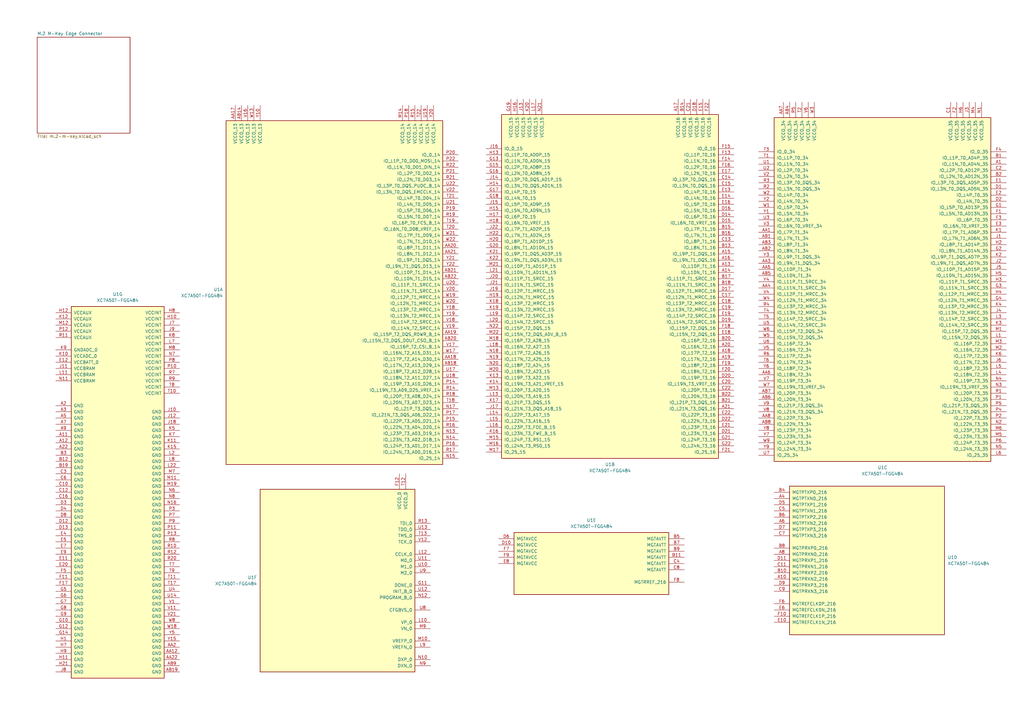
<source format=kicad_sch>
(kicad_sch (version 20250114) (generator "eeschema") (generator_version "9.0")
  (paper "A3")
  (lib_symbols
    (symbol "FPGA_Xilinx_Artix7:XC7A50T-FGG484" (pin_names (offset 1.016))
      (property "Reference" "U" (at 0 1.27 0))
      (property "Value" "XC7A50T-FGG484" (at 0 -1.27 0))
      (symbol "XC7A50T-FGG484_1_1"
        (rectangle (start -44.45 67.31) (end 44.45 -73.66) (stroke (width 0.254)) (fill (type background)))
        (pin power_in line (at -40.64 73.66 270) (length 6.35) (name "VCCO_13") (number "AA17"))
        (pin power_in line (at -38.1 73.66 270) (length 6.35) (name "VCCO_13") (number "AB14"))
        (pin power_in line (at -35.56 73.66 270) (length 6.35) (name "VCCO_13") (number "V16"))
        (pin power_in line (at -33.02 73.66 270) (length 6.35) (name "VCCO_13") (number "W13"))
        (pin power_in line (at -30.48 73.66 270) (length 6.35) (name "VCCO_13") (number "Y10"))
        (pin power_in line (at 27.94 73.66 270) (length 6.35) (name "VCCO_14") (number "M14"))
        (pin power_in line (at 30.48 73.66 270) (length 6.35) (name "VCCO_14") (number "P18"))
        (pin power_in line (at 33.02 73.66 270) (length 6.35) (name "VCCO_14") (number "R15"))
        (pin power_in line (at 35.56 73.66 270) (length 6.35) (name "VCCO_14") (number "T22"))
        (pin power_in line (at 38.1 73.66 270) (length 6.35) (name "VCCO_14") (number "U19"))
        (pin power_in line (at 40.64 73.66 270) (length 6.35) (name "VCCO_14") (number "Y20"))
        (pin bidirectional line (at 50.8 53.34 180) (length 6.35) (name "IO_0_14") (number "P20"))
        (pin bidirectional line (at 50.8 50.8 180) (length 6.35) (name "IO_L1P_T0_D00_MOSI_14") (number "P22"))
        (pin bidirectional line (at 50.8 48.26 180) (length 6.35) (name "IO_L1N_T0_D01_DIN_14") (number "R22"))
        (pin bidirectional line (at 50.8 45.72 180) (length 6.35) (name "IO_L2P_T0_D02_14") (number "P21"))
        (pin bidirectional line (at 50.8 43.18 180) (length 6.35) (name "IO_L2N_T0_D03_14") (number "R21"))
        (pin bidirectional line (at 50.8 40.64 180) (length 6.35) (name "IO_L3P_T0_DQS_PUDC_B_14") (number "U22"))
        (pin bidirectional line (at 50.8 38.1 180) (length 6.35) (name "IO_L3N_T0_DQS_EMCCLK_14") (number "V22"))
        (pin bidirectional line (at 50.8 35.56 180) (length 6.35) (name "IO_L4P_T0_D04_14") (number "T21"))
        (pin bidirectional line (at 50.8 33.02 180) (length 6.35) (name "IO_L4N_T0_D05_14") (number "U21"))
        (pin bidirectional line (at 50.8 30.48 180) (length 6.35) (name "IO_L5P_T0_D06_14") (number "P19"))
        (pin bidirectional line (at 50.8 27.94 180) (length 6.35) (name "IO_L5N_T0_D07_14") (number "R19"))
        (pin bidirectional line (at 50.8 25.4 180) (length 6.35) (name "IO_L6P_T0_FCS_B_14") (number "T19"))
        (pin bidirectional line (at 50.8 22.86 180) (length 6.35) (name "IO_L6N_T0_D08_VREF_14") (number "T20"))
        (pin bidirectional line (at 50.8 20.32 180) (length 6.35) (name "IO_L7P_T1_D09_14") (number "W21"))
        (pin bidirectional line (at 50.8 17.78 180) (length 6.35) (name "IO_L7N_T1_D10_14") (number "W22"))
        (pin bidirectional line (at 50.8 15.24 180) (length 6.35) (name "IO_L8P_T1_D11_14") (number "AA20"))
        (pin bidirectional line (at 50.8 12.7 180) (length 6.35) (name "IO_L8N_T1_D12_14") (number "AA21"))
        (pin bidirectional line (at 50.8 10.16 180) (length 6.35) (name "IO_L9P_T1_DQS_14") (number "Y21"))
        (pin bidirectional line (at 50.8 7.62 180) (length 6.35) (name "IO_L9N_T1_DQS_D13_14") (number "Y22"))
        (pin bidirectional line (at 50.8 5.08 180) (length 6.35) (name "IO_L10P_T1_D14_14") (number "AB21"))
        (pin bidirectional line (at 50.8 2.54 180) (length 6.35) (name "IO_L10N_T1_D15_14") (number "AB22"))
        (pin bidirectional line (at 50.8 0 180) (length 6.35) (name "IO_L11P_T1_SRCC_14") (number "U20"))
        (pin bidirectional line (at 50.8 -2.54 180) (length 6.35) (name "IO_L11N_T1_SRCC_14") (number "V20"))
        (pin bidirectional line (at 50.8 -5.08 180) (length 6.35) (name "IO_L12P_T1_MRCC_14") (number "W19"))
        (pin bidirectional line (at 50.8 -7.62 180) (length 6.35) (name "IO_L12N_T1_MRCC_14") (number "W20"))
        (pin bidirectional line (at 50.8 -10.16 180) (length 6.35) (name "IO_L13P_T2_MRCC_14") (number "Y18"))
        (pin bidirectional line (at 50.8 -12.7 180) (length 6.35) (name "IO_L13N_T2_MRCC_14") (number "Y19"))
        (pin bidirectional line (at 50.8 -15.24 180) (length 6.35) (name "IO_L14P_T2_SRCC_14") (number "V18"))
        (pin bidirectional line (at 50.8 -17.78 180) (length 6.35) (name "IO_L14N_T2_SRCC_14") (number "V19"))
        (pin bidirectional line (at 50.8 -20.32 180) (length 6.35) (name "IO_L15P_T2_DQS_RDWR_B_14") (number "AA19"))
        (pin bidirectional line (at 50.8 -22.86 180) (length 6.35) (name "IO_L15N_T2_DQS_DOUT_CSO_B_14") (number "AB20"))
        (pin bidirectional line (at 50.8 -25.4 180) (length 6.35) (name "IO_L16P_T2_CSI_B_14") (number "V17"))
        (pin bidirectional line (at 50.8 -27.94 180) (length 6.35) (name "IO_L16N_T2_A15_D31_14") (number "W17"))
        (pin bidirectional line (at 50.8 -30.48 180) (length 6.35) (name "IO_L17P_T2_A14_D30_14") (number "AA18"))
        (pin bidirectional line (at 50.8 -33.02 180) (length 6.35) (name "IO_L17N_T2_A13_D29_14") (number "AB18"))
        (pin bidirectional line (at 50.8 -35.56 180) (length 6.35) (name "IO_L18P_T2_A12_D28_14") (number "U17"))
        (pin bidirectional line (at 50.8 -38.1 180) (length 6.35) (name "IO_L18N_T2_A11_D27_14") (number "U18"))
        (pin bidirectional line (at 50.8 -40.64 180) (length 6.35) (name "IO_L19P_T3_A10_D26_14") (number "P14"))
        (pin bidirectional line (at 50.8 -43.18 180) (length 6.35) (name "IO_L19N_T3_A09_D25_VREF_14") (number "R14"))
        (pin bidirectional line (at 50.8 -45.72 180) (length 6.35) (name "IO_L20P_T3_A08_D24_14") (number "R18"))
        (pin bidirectional line (at 50.8 -48.26 180) (length 6.35) (name "IO_L20N_T3_A07_D23_14") (number "T18"))
        (pin bidirectional line (at 50.8 -50.8 180) (length 6.35) (name "IO_L21P_T3_DQS_14") (number "N17"))
        (pin bidirectional line (at 50.8 -53.34 180) (length 6.35) (name "IO_L21N_T3_DQS_A06_D22_14") (number "P17"))
        (pin bidirectional line (at 50.8 -55.88 180) (length 6.35) (name "IO_L22P_T3_A05_D21_14") (number "P15"))
        (pin bidirectional line (at 50.8 -58.42 180) (length 6.35) (name "IO_L22N_T3_A04_D20_14") (number "R16"))
        (pin bidirectional line (at 50.8 -60.96 180) (length 6.35) (name "IO_L23P_T3_A03_D19_14") (number "N13"))
        (pin bidirectional line (at 50.8 -63.5 180) (length 6.35) (name "IO_L23N_T3_A02_D18_14") (number "N14"))
        (pin bidirectional line (at 50.8 -66.04 180) (length 6.35) (name "IO_L24P_T3_A01_D17_14") (number "P16"))
        (pin bidirectional line (at 50.8 -68.58 180) (length 6.35) (name "IO_L24N_T3_A00_D16_14") (number "R17"))
        (pin bidirectional line (at 50.8 -71.12 180) (length 6.35) (name "IO_25_14") (number "N15"))
      )
      (symbol "XC7A50T-FGG484_2_1"
        (rectangle (start -44.45 67.31) (end 44.45 -73.66) (stroke (width 0.254)) (fill (type background)))
        (pin bidirectional line (at -50.8 53.34 0) (length 6.35) (name "IO_0_15") (number "J16"))
        (pin bidirectional line (at -50.8 50.8 0) (length 6.35) (name "IO_L1P_T0_AD0P_15") (number "H13"))
        (pin bidirectional line (at -50.8 48.26 0) (length 6.35) (name "IO_L1N_T0_AD0N_15") (number "G13"))
        (pin bidirectional line (at -50.8 45.72 0) (length 6.35) (name "IO_L2P_T0_AD8P_15") (number "G15"))
        (pin bidirectional line (at -50.8 43.18 0) (length 6.35) (name "IO_L2N_T0_AD8N_15") (number "G16"))
        (pin bidirectional line (at -50.8 40.64 0) (length 6.35) (name "IO_L3P_T0_DQS_AD1P_15") (number "J14"))
        (pin bidirectional line (at -50.8 38.1 0) (length 6.35) (name "IO_L3N_T0_DQS_AD1N_15") (number "H14"))
        (pin bidirectional line (at -50.8 35.56 0) (length 6.35) (name "IO_L4P_T0_15") (number "G17"))
        (pin bidirectional line (at -50.8 33.02 0) (length 6.35) (name "IO_L4N_T0_15") (number "G18"))
        (pin bidirectional line (at -50.8 30.48 0) (length 6.35) (name "IO_L5P_T0_AD9P_15") (number "J15"))
        (pin bidirectional line (at -50.8 27.94 0) (length 6.35) (name "IO_L5N_T0_AD9N_15") (number "H15"))
        (pin bidirectional line (at -50.8 25.4 0) (length 6.35) (name "IO_L6P_T0_15") (number "H17"))
        (pin bidirectional line (at -50.8 22.86 0) (length 6.35) (name "IO_L6N_T0_VREF_15") (number "H18"))
        (pin bidirectional line (at -50.8 20.32 0) (length 6.35) (name "IO_L7P_T1_AD2P_15") (number "J22"))
        (pin bidirectional line (at -50.8 17.78 0) (length 6.35) (name "IO_L7N_T1_AD2N_15") (number "H22"))
        (pin bidirectional line (at -50.8 15.24 0) (length 6.35) (name "IO_L8P_T1_AD10P_15") (number "H20"))
        (pin bidirectional line (at -50.8 12.7 0) (length 6.35) (name "IO_L8N_T1_AD10N_15") (number "G20"))
        (pin bidirectional line (at -50.8 10.16 0) (length 6.35) (name "IO_L9P_T1_DQS_AD3P_15") (number "K21"))
        (pin bidirectional line (at -50.8 7.62 0) (length 6.35) (name "IO_L9N_T1_DQS_AD3N_15") (number "K22"))
        (pin bidirectional line (at -50.8 5.08 0) (length 6.35) (name "IO_L10P_T1_AD11P_15") (number "M21"))
        (pin bidirectional line (at -50.8 2.54 0) (length 6.35) (name "IO_L10N_T1_AD11N_15") (number "L21"))
        (pin bidirectional line (at -50.8 0 0) (length 6.35) (name "IO_L11P_T1_SRCC_15") (number "J20"))
        (pin bidirectional line (at -50.8 -2.54 0) (length 6.35) (name "IO_L11N_T1_SRCC_15") (number "J21"))
        (pin bidirectional line (at -50.8 -5.08 0) (length 6.35) (name "IO_L12P_T1_MRCC_15") (number "J19"))
        (pin bidirectional line (at -50.8 -7.62 0) (length 6.35) (name "IO_L12N_T1_MRCC_15") (number "H19"))
        (pin bidirectional line (at -50.8 -10.16 0) (length 6.35) (name "IO_L13P_T2_MRCC_15") (number "K18"))
        (pin bidirectional line (at -50.8 -12.7 0) (length 6.35) (name "IO_L13N_T2_MRCC_15") (number "K19"))
        (pin bidirectional line (at -50.8 -15.24 0) (length 6.35) (name "IO_L14P_T2_SRCC_15") (number "L19"))
        (pin bidirectional line (at -50.8 -17.78 0) (length 6.35) (name "IO_L14N_T2_SRCC_15") (number "L20"))
        (pin bidirectional line (at -50.8 -20.32 0) (length 6.35) (name "IO_L15P_T2_DQS_15") (number "N22"))
        (pin bidirectional line (at -50.8 -22.86 0) (length 6.35) (name "IO_L15N_T2_DQS_ADV_B_15") (number "M22"))
        (pin bidirectional line (at -50.8 -25.4 0) (length 6.35) (name "IO_L16P_T2_A28_15") (number "M18"))
        (pin bidirectional line (at -50.8 -27.94 0) (length 6.35) (name "IO_L16N_T2_A27_15") (number "L18"))
        (pin bidirectional line (at -50.8 -30.48 0) (length 6.35) (name "IO_L17P_T2_A26_15") (number "N18"))
        (pin bidirectional line (at -50.8 -33.02 0) (length 6.35) (name "IO_L17N_T2_A25_15") (number "N19"))
        (pin bidirectional line (at -50.8 -35.56 0) (length 6.35) (name "IO_L18P_T2_A24_15") (number "N20"))
        (pin bidirectional line (at -50.8 -38.1 0) (length 6.35) (name "IO_L18N_T2_A23_15") (number "M20"))
        (pin bidirectional line (at -50.8 -40.64 0) (length 6.35) (name "IO_L19P_T3_A22_15") (number "K13"))
        (pin bidirectional line (at -50.8 -43.18 0) (length 6.35) (name "IO_L19N_T3_A21_VREF_15") (number "K14"))
        (pin bidirectional line (at -50.8 -45.72 0) (length 6.35) (name "IO_L20P_T3_A20_15") (number "M13"))
        (pin bidirectional line (at -50.8 -48.26 0) (length 6.35) (name "IO_L20N_T3_A19_15") (number "L13"))
        (pin bidirectional line (at -50.8 -50.8 0) (length 6.35) (name "IO_L21P_T3_DQS_15") (number "K17"))
        (pin bidirectional line (at -50.8 -53.34 0) (length 6.35) (name "IO_L21N_T3_DQS_A18_15") (number "J17"))
        (pin bidirectional line (at -50.8 -55.88 0) (length 6.35) (name "IO_L22P_T3_A17_15") (number "L14"))
        (pin bidirectional line (at -50.8 -58.42 0) (length 6.35) (name "IO_L22N_T3_A16_15") (number "L15"))
        (pin bidirectional line (at -50.8 -60.96 0) (length 6.35) (name "IO_L23P_T3_FOE_B_15") (number "L16"))
        (pin bidirectional line (at -50.8 -63.5 0) (length 6.35) (name "IO_L23N_T3_FWE_B_15") (number "K16"))
        (pin bidirectional line (at -50.8 -66.04 0) (length 6.35) (name "IO_L24P_T3_RS1_15") (number "M15"))
        (pin bidirectional line (at -50.8 -68.58 0) (length 6.35) (name "IO_L24N_T3_RS0_15") (number "M16"))
        (pin bidirectional line (at -50.8 -71.12 0) (length 6.35) (name "IO_25_15") (number "M17"))
        (pin power_in line (at -40.64 73.66 270) (length 6.35) (name "VCCO_15") (number "G19"))
        (pin power_in line (at -38.1 73.66 270) (length 6.35) (name "VCCO_15") (number "H16"))
        (pin power_in line (at -35.56 73.66 270) (length 6.35) (name "VCCO_15") (number "J13"))
        (pin power_in line (at -33.02 73.66 270) (length 6.35) (name "VCCO_15") (number "K20"))
        (pin power_in line (at -30.48 73.66 270) (length 6.35) (name "VCCO_15") (number "L17"))
        (pin power_in line (at -27.94 73.66 270) (length 6.35) (name "VCCO_15") (number "N21"))
        (pin power_in line (at 27.94 73.66 270) (length 6.35) (name "VCCO_16") (number "A17"))
        (pin power_in line (at 30.48 73.66 270) (length 6.35) (name "VCCO_16") (number "B14"))
        (pin power_in line (at 33.02 73.66 270) (length 6.35) (name "VCCO_16") (number "C21"))
        (pin power_in line (at 35.56 73.66 270) (length 6.35) (name "VCCO_16") (number "D18"))
        (pin power_in line (at 38.1 73.66 270) (length 6.35) (name "VCCO_16") (number "E15"))
        (pin power_in line (at 40.64 73.66 270) (length 6.35) (name "VCCO_16") (number "F22"))
        (pin bidirectional line (at 50.8 53.34 180) (length 6.35) (name "IO_0_16") (number "F15"))
        (pin bidirectional line (at 50.8 50.8 180) (length 6.35) (name "IO_L1P_T0_16") (number "F13"))
        (pin bidirectional line (at 50.8 48.26 180) (length 6.35) (name "IO_L1N_T0_16") (number "F14"))
        (pin bidirectional line (at 50.8 45.72 180) (length 6.35) (name "IO_L2P_T0_16") (number "F16"))
        (pin bidirectional line (at 50.8 43.18 180) (length 6.35) (name "IO_L2N_T0_16") (number "E17"))
        (pin bidirectional line (at 50.8 40.64 180) (length 6.35) (name "IO_L3P_T0_DQS_16") (number "C14"))
        (pin bidirectional line (at 50.8 38.1 180) (length 6.35) (name "IO_L3N_T0_DQS_16") (number "C15"))
        (pin bidirectional line (at 50.8 35.56 180) (length 6.35) (name "IO_L4P_T0_16") (number "E13"))
        (pin bidirectional line (at 50.8 33.02 180) (length 6.35) (name "IO_L4N_T0_16") (number "E14"))
        (pin bidirectional line (at 50.8 30.48 180) (length 6.35) (name "IO_L5P_T0_16") (number "E16"))
        (pin bidirectional line (at 50.8 27.94 180) (length 6.35) (name "IO_L5N_T0_16") (number "D16"))
        (pin bidirectional line (at 50.8 25.4 180) (length 6.35) (name "IO_L6P_T0_16") (number "D14"))
        (pin bidirectional line (at 50.8 22.86 180) (length 6.35) (name "IO_L6N_T0_VREF_16") (number "D15"))
        (pin bidirectional line (at 50.8 20.32 180) (length 6.35) (name "IO_L7P_T1_16") (number "B15"))
        (pin bidirectional line (at 50.8 17.78 180) (length 6.35) (name "IO_L7N_T1_16") (number "B16"))
        (pin bidirectional line (at 50.8 15.24 180) (length 6.35) (name "IO_L8P_T1_16") (number "C13"))
        (pin bidirectional line (at 50.8 12.7 180) (length 6.35) (name "IO_L8N_T1_16") (number "B13"))
        (pin bidirectional line (at 50.8 10.16 180) (length 6.35) (name "IO_L9P_T1_DQS_16") (number "A15"))
        (pin bidirectional line (at 50.8 7.62 180) (length 6.35) (name "IO_L9N_T1_DQS_16") (number "A16"))
        (pin bidirectional line (at 50.8 5.08 180) (length 6.35) (name "IO_L10P_T1_16") (number "A13"))
        (pin bidirectional line (at 50.8 2.54 180) (length 6.35) (name "IO_L10N_T1_16") (number "A14"))
        (pin bidirectional line (at 50.8 0 180) (length 6.35) (name "IO_L11P_T1_SRCC_16") (number "B17"))
        (pin bidirectional line (at 50.8 -2.54 180) (length 6.35) (name "IO_L11N_T1_SRCC_16") (number "B18"))
        (pin bidirectional line (at 50.8 -5.08 180) (length 6.35) (name "IO_L12P_T1_MRCC_16") (number "D17"))
        (pin bidirectional line (at 50.8 -7.62 180) (length 6.35) (name "IO_L12N_T1_MRCC_16") (number "C17"))
        (pin bidirectional line (at 50.8 -10.16 180) (length 6.35) (name "IO_L13P_T2_MRCC_16") (number "C18"))
        (pin bidirectional line (at 50.8 -12.7 180) (length 6.35) (name "IO_L13N_T2_MRCC_16") (number "C19"))
        (pin bidirectional line (at 50.8 -15.24 180) (length 6.35) (name "IO_L14P_T2_SRCC_16") (number "E19"))
        (pin bidirectional line (at 50.8 -17.78 180) (length 6.35) (name "IO_L14N_T2_SRCC_16") (number "D19"))
        (pin bidirectional line (at 50.8 -20.32 180) (length 6.35) (name "IO_L15P_T2_DQS_16") (number "F18"))
        (pin bidirectional line (at 50.8 -22.86 180) (length 6.35) (name "IO_L15N_T2_DQS_16") (number "E18"))
        (pin bidirectional line (at 50.8 -25.4 180) (length 6.35) (name "IO_L16P_T2_16") (number "B20"))
        (pin bidirectional line (at 50.8 -27.94 180) (length 6.35) (name "IO_L16N_T2_16") (number "A20"))
        (pin bidirectional line (at 50.8 -30.48 180) (length 6.35) (name "IO_L17P_T2_16") (number "A18"))
        (pin bidirectional line (at 50.8 -33.02 180) (length 6.35) (name "IO_L17N_T2_16") (number "A19"))
        (pin bidirectional line (at 50.8 -35.56 180) (length 6.35) (name "IO_L18P_T2_16") (number "F19"))
        (pin bidirectional line (at 50.8 -38.1 180) (length 6.35) (name "IO_L18N_T2_16") (number "F20"))
        (pin bidirectional line (at 50.8 -40.64 180) (length 6.35) (name "IO_L19P_T3_16") (number "D20"))
        (pin bidirectional line (at 50.8 -43.18 180) (length 6.35) (name "IO_L19N_T3_VREF_16") (number "C20"))
        (pin bidirectional line (at 50.8 -45.72 180) (length 6.35) (name "IO_L20P_T3_16") (number "C22"))
        (pin bidirectional line (at 50.8 -48.26 180) (length 6.35) (name "IO_L20N_T3_16") (number "B22"))
        (pin bidirectional line (at 50.8 -50.8 180) (length 6.35) (name "IO_L21P_T3_DQS_16") (number "B21"))
        (pin bidirectional line (at 50.8 -53.34 180) (length 6.35) (name "IO_L21N_T3_DQS_16") (number "A21"))
        (pin bidirectional line (at 50.8 -55.88 180) (length 6.35) (name "IO_L22P_T3_16") (number "E22"))
        (pin bidirectional line (at 50.8 -58.42 180) (length 6.35) (name "IO_L22N_T3_16") (number "D22"))
        (pin bidirectional line (at 50.8 -60.96 180) (length 6.35) (name "IO_L23P_T3_16") (number "E21"))
        (pin bidirectional line (at 50.8 -63.5 180) (length 6.35) (name "IO_L23N_T3_16") (number "D21"))
        (pin bidirectional line (at 50.8 -66.04 180) (length 6.35) (name "IO_L24P_T3_16") (number "G21"))
        (pin bidirectional line (at 50.8 -68.58 180) (length 6.35) (name "IO_L24N_T3_16") (number "G22"))
        (pin bidirectional line (at 50.8 -71.12 180) (length 6.35) (name "IO_25_16") (number "F21"))
      )
      (symbol "XC7A50T-FGG484_3_1"
        (rectangle (start -44.45 67.31) (end 44.45 -73.66) (stroke (width 0.254)) (fill (type background)))
        (pin bidirectional line (at -50.8 53.34 0) (length 6.35) (name "IO_0_34") (number "T3"))
        (pin bidirectional line (at -50.8 50.8 0) (length 6.35) (name "IO_L1P_T0_34") (number "T1"))
        (pin bidirectional line (at -50.8 48.26 0) (length 6.35) (name "IO_L1N_T0_34") (number "U1"))
        (pin bidirectional line (at -50.8 45.72 0) (length 6.35) (name "IO_L2P_T0_34") (number "U2"))
        (pin bidirectional line (at -50.8 43.18 0) (length 6.35) (name "IO_L2N_T0_34") (number "V2"))
        (pin bidirectional line (at -50.8 40.64 0) (length 6.35) (name "IO_L3P_T0_DQS_34") (number "R3"))
        (pin bidirectional line (at -50.8 38.1 0) (length 6.35) (name "IO_L3N_T0_DQS_34") (number "R2"))
        (pin bidirectional line (at -50.8 35.56 0) (length 6.35) (name "IO_L4P_T0_34") (number "W2"))
        (pin bidirectional line (at -50.8 33.02 0) (length 6.35) (name "IO_L4N_T0_34") (number "Y2"))
        (pin bidirectional line (at -50.8 30.48 0) (length 6.35) (name "IO_L5P_T0_34") (number "W1"))
        (pin bidirectional line (at -50.8 27.94 0) (length 6.35) (name "IO_L5N_T0_34") (number "Y1"))
        (pin bidirectional line (at -50.8 25.4 0) (length 6.35) (name "IO_L6P_T0_34") (number "U3"))
        (pin bidirectional line (at -50.8 22.86 0) (length 6.35) (name "IO_L6N_T0_VREF_34") (number "V3"))
        (pin bidirectional line (at -50.8 20.32 0) (length 6.35) (name "IO_L7P_T1_34") (number "AA1"))
        (pin bidirectional line (at -50.8 17.78 0) (length 6.35) (name "IO_L7N_T1_34") (number "AB1"))
        (pin bidirectional line (at -50.8 15.24 0) (length 6.35) (name "IO_L8P_T1_34") (number "AB3"))
        (pin bidirectional line (at -50.8 12.7 0) (length 6.35) (name "IO_L8N_T1_34") (number "AB2"))
        (pin bidirectional line (at -50.8 10.16 0) (length 6.35) (name "IO_L9P_T1_DQS_34") (number "Y3"))
        (pin bidirectional line (at -50.8 7.62 0) (length 6.35) (name "IO_L9N_T1_DQS_34") (number "AA3"))
        (pin bidirectional line (at -50.8 5.08 0) (length 6.35) (name "IO_L10P_T1_34") (number "AA5"))
        (pin bidirectional line (at -50.8 2.54 0) (length 6.35) (name "IO_L10N_T1_34") (number "AB5"))
        (pin bidirectional line (at -50.8 0 0) (length 6.35) (name "IO_L11P_T1_SRCC_34") (number "Y4"))
        (pin bidirectional line (at -50.8 -2.54 0) (length 6.35) (name "IO_L11N_T1_SRCC_34") (number "AA4"))
        (pin bidirectional line (at -50.8 -5.08 0) (length 6.35) (name "IO_L12P_T1_MRCC_34") (number "V4"))
        (pin bidirectional line (at -50.8 -7.62 0) (length 6.35) (name "IO_L12N_T1_MRCC_34") (number "W4"))
        (pin bidirectional line (at -50.8 -10.16 0) (length 6.35) (name "IO_L13P_T2_MRCC_34") (number "R4"))
        (pin bidirectional line (at -50.8 -12.7 0) (length 6.35) (name "IO_L13N_T2_MRCC_34") (number "T4"))
        (pin bidirectional line (at -50.8 -15.24 0) (length 6.35) (name "IO_L14P_T2_SRCC_34") (number "T5"))
        (pin bidirectional line (at -50.8 -17.78 0) (length 6.35) (name "IO_L14N_T2_SRCC_34") (number "U5"))
        (pin bidirectional line (at -50.8 -20.32 0) (length 6.35) (name "IO_L15P_T2_DQS_34") (number "W6"))
        (pin bidirectional line (at -50.8 -22.86 0) (length 6.35) (name "IO_L15N_T2_DQS_34") (number "W5"))
        (pin bidirectional line (at -50.8 -25.4 0) (length 6.35) (name "IO_L16P_T2_34") (number "U6"))
        (pin bidirectional line (at -50.8 -27.94 0) (length 6.35) (name "IO_L16N_T2_34") (number "V5"))
        (pin bidirectional line (at -50.8 -30.48 0) (length 6.35) (name "IO_L17P_T2_34") (number "R6"))
        (pin bidirectional line (at -50.8 -33.02 0) (length 6.35) (name "IO_L17N_T2_34") (number "T6"))
        (pin bidirectional line (at -50.8 -35.56 0) (length 6.35) (name "IO_L18P_T2_34") (number "Y6"))
        (pin bidirectional line (at -50.8 -38.1 0) (length 6.35) (name "IO_L18N_T2_34") (number "AA6"))
        (pin bidirectional line (at -50.8 -40.64 0) (length 6.35) (name "IO_L19P_T3_34") (number "V7"))
        (pin bidirectional line (at -50.8 -43.18 0) (length 6.35) (name "IO_L19N_T3_VREF_34") (number "W7"))
        (pin bidirectional line (at -50.8 -45.72 0) (length 6.35) (name "IO_L20P_T3_34") (number "AB7"))
        (pin bidirectional line (at -50.8 -48.26 0) (length 6.35) (name "IO_L20N_T3_34") (number "AB6"))
        (pin bidirectional line (at -50.8 -50.8 0) (length 6.35) (name "IO_L21P_T3_DQS_34") (number "V9"))
        (pin bidirectional line (at -50.8 -53.34 0) (length 6.35) (name "IO_L21N_T3_DQS_34") (number "V8"))
        (pin bidirectional line (at -50.8 -55.88 0) (length 6.35) (name "IO_L22P_T3_34") (number "AA8"))
        (pin bidirectional line (at -50.8 -58.42 0) (length 6.35) (name "IO_L22N_T3_34") (number "AB8"))
        (pin bidirectional line (at -50.8 -60.96 0) (length 6.35) (name "IO_L23P_T3_34") (number "Y8"))
        (pin bidirectional line (at -50.8 -63.5 0) (length 6.35) (name "IO_L23N_T3_34") (number "Y7"))
        (pin bidirectional line (at -50.8 -66.04 0) (length 6.35) (name "IO_L24P_T3_34") (number "W9"))
        (pin bidirectional line (at -50.8 -68.58 0) (length 6.35) (name "IO_L24N_T3_34") (number "Y9"))
        (pin bidirectional line (at -50.8 -71.12 0) (length 6.35) (name "IO_25_34") (number "U7"))
        (pin power_in line (at -40.64 73.66 270) (length 6.35) (name "VCCO_34") (number "AA7"))
        (pin power_in line (at -38.1 73.66 270) (length 6.35) (name "VCCO_34") (number "AB4"))
        (pin power_in line (at -35.56 73.66 270) (length 6.35) (name "VCCO_34") (number "R5"))
        (pin power_in line (at -33.02 73.66 270) (length 6.35) (name "VCCO_34") (number "T2"))
        (pin power_in line (at -30.48 73.66 270) (length 6.35) (name "VCCO_34") (number "V6"))
        (pin power_in line (at -27.94 73.66 270) (length 6.35) (name "VCCO_34") (number "W3"))
        (pin power_in line (at 27.94 73.66 270) (length 6.35) (name "VCCO_35") (number "C1"))
        (pin power_in line (at 30.48 73.66 270) (length 6.35) (name "VCCO_35") (number "F2"))
        (pin power_in line (at 33.02 73.66 270) (length 6.35) (name "VCCO_35") (number "H6"))
        (pin power_in line (at 35.56 73.66 270) (length 6.35) (name "VCCO_35") (number "J3"))
        (pin power_in line (at 38.1 73.66 270) (length 6.35) (name "VCCO_35") (number "M4"))
        (pin power_in line (at 40.64 73.66 270) (length 6.35) (name "VCCO_35") (number "N1"))
        (pin bidirectional line (at 50.8 53.34 180) (length 6.35) (name "IO_0_35") (number "F4"))
        (pin bidirectional line (at 50.8 50.8 180) (length 6.35) (name "IO_L1P_T0_AD4P_35") (number "B1"))
        (pin bidirectional line (at 50.8 48.26 180) (length 6.35) (name "IO_L1N_T0_AD4N_35") (number "A1"))
        (pin bidirectional line (at 50.8 45.72 180) (length 6.35) (name "IO_L2P_T0_AD12P_35") (number "C2"))
        (pin bidirectional line (at 50.8 43.18 180) (length 6.35) (name "IO_L2N_T0_AD12N_35") (number "B2"))
        (pin bidirectional line (at 50.8 40.64 180) (length 6.35) (name "IO_L3P_T0_DQS_AD5P_35") (number "E1"))
        (pin bidirectional line (at 50.8 38.1 180) (length 6.35) (name "IO_L3N_T0_DQS_AD5N_35") (number "D1"))
        (pin bidirectional line (at 50.8 35.56 180) (length 6.35) (name "IO_L4P_T0_35") (number "E2"))
        (pin bidirectional line (at 50.8 33.02 180) (length 6.35) (name "IO_L4N_T0_35") (number "D2"))
        (pin bidirectional line (at 50.8 30.48 180) (length 6.35) (name "IO_L5P_T0_AD13P_35") (number "G1"))
        (pin bidirectional line (at 50.8 27.94 180) (length 6.35) (name "IO_L5N_T0_AD13N_35") (number "F1"))
        (pin bidirectional line (at 50.8 25.4 180) (length 6.35) (name "IO_L6P_T0_35") (number "F3"))
        (pin bidirectional line (at 50.8 22.86 180) (length 6.35) (name "IO_L6N_T0_VREF_35") (number "E3"))
        (pin bidirectional line (at 50.8 20.32 180) (length 6.35) (name "IO_L7P_T1_AD6P_35") (number "K1"))
        (pin bidirectional line (at 50.8 17.78 180) (length 6.35) (name "IO_L7N_T1_AD6N_35") (number "J1"))
        (pin bidirectional line (at 50.8 15.24 180) (length 6.35) (name "IO_L8P_T1_AD14P_35") (number "H2"))
        (pin bidirectional line (at 50.8 12.7 180) (length 6.35) (name "IO_L8N_T1_AD14N_35") (number "G2"))
        (pin bidirectional line (at 50.8 10.16 180) (length 6.35) (name "IO_L9P_T1_DQS_AD7P_35") (number "K2"))
        (pin bidirectional line (at 50.8 7.62 180) (length 6.35) (name "IO_L9N_T1_DQS_AD7N_35") (number "J2"))
        (pin bidirectional line (at 50.8 5.08 180) (length 6.35) (name "IO_L10P_T1_AD15P_35") (number "J5"))
        (pin bidirectional line (at 50.8 2.54 180) (length 6.35) (name "IO_L10N_T1_AD15N_35") (number "H5"))
        (pin bidirectional line (at 50.8 0 180) (length 6.35) (name "IO_L11P_T1_SRCC_35") (number "H3"))
        (pin bidirectional line (at 50.8 -2.54 180) (length 6.35) (name "IO_L11N_T1_SRCC_35") (number "G3"))
        (pin bidirectional line (at 50.8 -5.08 180) (length 6.35) (name "IO_L12P_T1_MRCC_35") (number "H4"))
        (pin bidirectional line (at 50.8 -7.62 180) (length 6.35) (name "IO_L12N_T1_MRCC_35") (number "G4"))
        (pin bidirectional line (at 50.8 -10.16 180) (length 6.35) (name "IO_L13P_T2_MRCC_35") (number "K4"))
        (pin bidirectional line (at 50.8 -12.7 180) (length 6.35) (name "IO_L13N_T2_MRCC_35") (number "J4"))
        (pin bidirectional line (at 50.8 -15.24 180) (length 6.35) (name "IO_L14P_T2_SRCC_35") (number "L3"))
        (pin bidirectional line (at 50.8 -17.78 180) (length 6.35) (name "IO_L14N_T2_SRCC_35") (number "K3"))
        (pin bidirectional line (at 50.8 -20.32 180) (length 6.35) (name "IO_L15P_T2_DQS_35") (number "M1"))
        (pin bidirectional line (at 50.8 -22.86 180) (length 6.35) (name "IO_L15N_T2_DQS_35") (number "L1"))
        (pin bidirectional line (at 50.8 -25.4 180) (length 6.35) (name "IO_L16P_T2_35") (number "M3"))
        (pin bidirectional line (at 50.8 -27.94 180) (length 6.35) (name "IO_L16N_T2_35") (number "M2"))
        (pin bidirectional line (at 50.8 -30.48 180) (length 6.35) (name "IO_L17P_T2_35") (number "K6"))
        (pin bidirectional line (at 50.8 -33.02 180) (length 6.35) (name "IO_L17N_T2_35") (number "J6"))
        (pin bidirectional line (at 50.8 -35.56 180) (length 6.35) (name "IO_L18P_T2_35") (number "L5"))
        (pin bidirectional line (at 50.8 -38.1 180) (length 6.35) (name "IO_L18N_T2_35") (number "L4"))
        (pin bidirectional line (at 50.8 -40.64 180) (length 6.35) (name "IO_L19P_T3_35") (number "N4"))
        (pin bidirectional line (at 50.8 -43.18 180) (length 6.35) (name "IO_L19N_T3_VREF_35") (number "N3"))
        (pin bidirectional line (at 50.8 -45.72 180) (length 6.35) (name "IO_L20P_T3_35") (number "R1"))
        (pin bidirectional line (at 50.8 -48.26 180) (length 6.35) (name "IO_L20N_T3_35") (number "P1"))
        (pin bidirectional line (at 50.8 -50.8 180) (length 6.35) (name "IO_L21P_T3_DQS_35") (number "P5"))
        (pin bidirectional line (at 50.8 -53.34 180) (length 6.35) (name "IO_L21N_T3_DQS_35") (number "P4"))
        (pin bidirectional line (at 50.8 -55.88 180) (length 6.35) (name "IO_L22P_T3_35") (number "P2"))
        (pin bidirectional line (at 50.8 -58.42 180) (length 6.35) (name "IO_L22N_T3_35") (number "N2"))
        (pin bidirectional line (at 50.8 -60.96 180) (length 6.35) (name "IO_L23P_T3_35") (number "M6"))
        (pin bidirectional line (at 50.8 -63.5 180) (length 6.35) (name "IO_L23N_T3_35") (number "M5"))
        (pin bidirectional line (at 50.8 -66.04 180) (length 6.35) (name "IO_L24P_T3_35") (number "P6"))
        (pin bidirectional line (at 50.8 -68.58 180) (length 6.35) (name "IO_L24N_T3_35") (number "N5"))
        (pin bidirectional line (at 50.8 -71.12 180) (length 6.35) (name "IO_25_35") (number "L6"))
      )
      (symbol "XC7A50T-FGG484_4_1"
        (rectangle (start -31.75 30.48) (end 31.75 -30.48) (stroke (width 0.254)) (fill (type background)))
        (pin bidirectional line (at -38.1 27.94 0) (length 6.35) (name "MGTPTXP0_216") (number "B4"))
        (pin bidirectional line (at -38.1 25.4 0) (length 6.35) (name "MGTPTXN0_216") (number "A4"))
        (pin bidirectional line (at -38.1 22.86 0) (length 6.35) (name "MGTPTXP1_216") (number "D5"))
        (pin bidirectional line (at -38.1 20.32 0) (length 6.35) (name "MGTPTXN1_216") (number "C5"))
        (pin bidirectional line (at -38.1 17.78 0) (length 6.35) (name "MGTPTXP2_216") (number "B6"))
        (pin bidirectional line (at -38.1 15.24 0) (length 6.35) (name "MGTPTXN2_216") (number "A6"))
        (pin bidirectional line (at -38.1 12.7 0) (length 6.35) (name "MGTPTXP3_216") (number "D7"))
        (pin bidirectional line (at -38.1 10.16 0) (length 6.35) (name "MGTPTXN3_216") (number "C7"))
        (pin bidirectional line (at -38.1 5.08 0) (length 6.35) (name "MGTPRXP0_216") (number "B8"))
        (pin bidirectional line (at -38.1 2.54 0) (length 6.35) (name "MGTPRXN0_216") (number "A8"))
        (pin bidirectional line (at -38.1 0 0) (length 6.35) (name "MGTPRXP1_216") (number "D11"))
        (pin bidirectional line (at -38.1 -2.54 0) (length 6.35) (name "MGTPRXN1_216") (number "C11"))
        (pin bidirectional line (at -38.1 -5.08 0) (length 6.35) (name "MGTPRXP2_216") (number "B10"))
        (pin bidirectional line (at -38.1 -7.62 0) (length 6.35) (name "MGTPRXN2_216") (number "A10"))
        (pin bidirectional line (at -38.1 -10.16 0) (length 6.35) (name "MGTPRXP3_216") (number "D9"))
        (pin bidirectional line (at -38.1 -12.7 0) (length 6.35) (name "MGTPRXN3_216") (number "C9"))
        (pin bidirectional line (at -38.1 -17.78 0) (length 6.35) (name "MGTREFCLK0P_216") (number "F6"))
        (pin bidirectional line (at -38.1 -20.32 0) (length 6.35) (name "MGTREFCLK0N_216") (number "E6"))
        (pin bidirectional line (at -38.1 -22.86 0) (length 6.35) (name "MGTREFCLK1P_216") (number "F10"))
        (pin bidirectional line (at -38.1 -25.4 0) (length 6.35) (name "MGTREFCLK1N_216") (number "E10"))
      )
      (symbol "XC7A50T-FGG484_5_1"
        (rectangle (start -31.75 12.7) (end 31.75 -12.7) (stroke (width 0.254)) (fill (type background)))
        (pin power_in line (at -38.1 10.16 0) (length 6.35) (name "MGTAVCC") (number "D6"))
        (pin power_in line (at -38.1 7.62 0) (length 6.35) (name "MGTAVCC") (number "D10"))
        (pin power_in line (at -38.1 5.08 0) (length 6.35) (name "MGTAVCC") (number "F7"))
        (pin power_in line (at -38.1 2.54 0) (length 6.35) (name "MGTAVCC") (number "F9"))
        (pin power_in line (at -38.1 0 0) (length 6.35) (name "MGTAVCC") (number "E8"))
        (pin power_in line (at 38.1 10.16 180) (length 6.35) (name "MGTAVTT") (number "B5"))
        (pin power_in line (at 38.1 7.62 180) (length 6.35) (name "MGTAVTT") (number "B7"))
        (pin power_in line (at 38.1 5.08 180) (length 6.35) (name "MGTAVTT") (number "B9"))
        (pin power_in line (at 38.1 2.54 180) (length 6.35) (name "MGTAVTT") (number "B11"))
        (pin power_in line (at 38.1 0 180) (length 6.35) (name "MGTAVTT") (number "C4"))
        (pin power_in line (at 38.1 -2.54 180) (length 6.35) (name "MGTAVTT") (number "C8"))
        (pin power_in line (at 38.1 -7.62 180) (length 6.35) (name "MGTRREF_216") (number "F8"))
      )
      (symbol "XC7A50T-FGG484_6_1"
        (rectangle (start -31.75 34.29) (end 31.75 -40.64) (stroke (width 0.254)) (fill (type background)))
        (pin power_in line (at 25.4 40.64 270) (length 6.35) (name "VCCO_0") (number "F12"))
        (pin power_in line (at 27.94 40.64 270) (length 6.35) (name "VCCO_0") (number "T12"))
        (pin bidirectional line (at 38.1 20.32 180) (length 6.35) (name "TDI_0") (number "R13"))
        (pin bidirectional line (at 38.1 17.78 180) (length 6.35) (name "TDO_0") (number "U13"))
        (pin bidirectional line (at 38.1 15.24 180) (length 6.35) (name "TMS_0") (number "T13"))
        (pin bidirectional line (at 38.1 12.7 180) (length 6.35) (name "TCK_0") (number "V12"))
        (pin bidirectional line (at 38.1 7.62 180) (length 6.35) (name "CCLK_0") (number "L12"))
        (pin bidirectional line (at 38.1 5.08 180) (length 6.35) (name "M0_0") (number "U11"))
        (pin bidirectional line (at 38.1 2.54 180) (length 6.35) (name "M1_0") (number "U10"))
        (pin bidirectional line (at 38.1 0 180) (length 6.35) (name "M2_0") (number "U9"))
        (pin bidirectional line (at 38.1 -5.08 180) (length 6.35) (name "DONE_0") (number "G11"))
        (pin bidirectional line (at 38.1 -7.62 180) (length 6.35) (name "INIT_B_0") (number "U12"))
        (pin bidirectional line (at 38.1 -10.16 180) (length 6.35) (name "PROGRAM_B_0") (number "N12"))
        (pin bidirectional line (at 38.1 -15.24 180) (length 6.35) (name "CFGBVS_0") (number "U8"))
        (pin bidirectional line (at 38.1 -20.32 180) (length 6.35) (name "VP_0") (number "L10"))
        (pin bidirectional line (at 38.1 -22.86 180) (length 6.35) (name "VN_0") (number "M9"))
        (pin bidirectional line (at 38.1 -27.94 180) (length 6.35) (name "VREFP_0") (number "M10"))
        (pin bidirectional line (at 38.1 -30.48 180) (length 6.35) (name "VREFN_0") (number "L9"))
        (pin bidirectional line (at 38.1 -35.56 180) (length 6.35) (name "DXP_0") (number "N10"))
        (pin bidirectional line (at 38.1 -38.1 180) (length 6.35) (name "DXN_0") (number "N9"))
      )
      (symbol "XC7A50T-FGG484_7_1"
        (rectangle (start -19.05 76.2) (end 19.05 -76.2) (stroke (width 0.254)) (fill (type background)))
        (pin power_in line (at -25.4 73.66 0) (length 6.35) (name "VCCAUX") (number "H12"))
        (pin power_in line (at -25.4 71.12 0) (length 6.35) (name "VCCAUX") (number "K12"))
        (pin power_in line (at -25.4 68.58 0) (length 6.35) (name "VCCAUX") (number "M12"))
        (pin power_in line (at -25.4 66.04 0) (length 6.35) (name "VCCAUX") (number "P12"))
        (pin power_in line (at -25.4 63.5 0) (length 6.35) (name "VCCAUX") (number "R11"))
        (pin power_in line (at -25.4 58.42 0) (length 6.35) (name "GNDADC_0") (number "K9"))
        (pin power_in line (at -25.4 55.88 0) (length 6.35) (name "VCCADC_0") (number "K10"))
        (pin power_in line (at -25.4 53.34 0) (length 6.35) (name "VCCBATT_0") (number "E12"))
        (pin power_in line (at -25.4 50.8 0) (length 6.35) (name "VCCBRAM") (number "J11"))
        (pin power_in line (at -25.4 48.26 0) (length 6.35) (name "VCCBRAM") (number "L11"))
        (pin power_in line (at -25.4 45.72 0) (length 6.35) (name "VCCBRAM") (number "N11"))
        (pin power_in line (at -25.4 35.56 0) (length 6.35) (name "GND") (number "A2"))
        (pin power_in line (at -25.4 33.02 0) (length 6.35) (name "GND") (number "A3"))
        (pin power_in line (at -25.4 30.48 0) (length 6.35) (name "GND") (number "A5"))
        (pin power_in line (at -25.4 27.94 0) (length 6.35) (name "GND") (number "A7"))
        (pin power_in line (at -25.4 25.4 0) (length 6.35) (name "GND") (number "A9"))
        (pin power_in line (at -25.4 22.86 0) (length 6.35) (name "GND") (number "A11"))
        (pin power_in line (at -25.4 20.32 0) (length 6.35) (name "GND") (number "A12"))
        (pin power_in line (at -25.4 17.78 0) (length 6.35) (name "GND") (number "A22"))
        (pin power_in line (at -25.4 15.24 0) (length 6.35) (name "GND") (number "B3"))
        (pin power_in line (at -25.4 12.7 0) (length 6.35) (name "GND") (number "B12"))
        (pin power_in line (at -25.4 10.16 0) (length 6.35) (name "GND") (number "B19"))
        (pin power_in line (at -25.4 7.62 0) (length 6.35) (name "GND") (number "C3"))
        (pin power_in line (at -25.4 5.08 0) (length 6.35) (name "GND") (number "C6"))
        (pin power_in line (at -25.4 2.54 0) (length 6.35) (name "GND") (number "C10"))
        (pin power_in line (at -25.4 0 0) (length 6.35) (name "GND") (number "C12"))
        (pin power_in line (at -25.4 -2.54 0) (length 6.35) (name "GND") (number "C16"))
        (pin power_in line (at -25.4 -5.08 0) (length 6.35) (name "GND") (number "D3"))
        (pin power_in line (at -25.4 -7.62 0) (length 6.35) (name "GND") (number "D4"))
        (pin power_in line (at -25.4 -10.16 0) (length 6.35) (name "GND") (number "D8"))
        (pin power_in line (at -25.4 -12.7 0) (length 6.35) (name "GND") (number "D12"))
        (pin power_in line (at -25.4 -15.24 0) (length 6.35) (name "GND") (number "D13"))
        (pin power_in line (at -25.4 -17.78 0) (length 6.35) (name "GND") (number "E4"))
        (pin power_in line (at -25.4 -20.32 0) (length 6.35) (name "GND") (number "E5"))
        (pin power_in line (at -25.4 -22.86 0) (length 6.35) (name "GND") (number "E7"))
        (pin power_in line (at -25.4 -25.4 0) (length 6.35) (name "GND") (number "E9"))
        (pin power_in line (at -25.4 -27.94 0) (length 6.35) (name "GND") (number "E11"))
        (pin power_in line (at -25.4 -30.48 0) (length 6.35) (name "GND") (number "E20"))
        (pin power_in line (at -25.4 -33.02 0) (length 6.35) (name "GND") (number "F5"))
        (pin power_in line (at -25.4 -35.56 0) (length 6.35) (name "GND") (number "F11"))
        (pin power_in line (at -25.4 -38.1 0) (length 6.35) (name "GND") (number "F17"))
        (pin power_in line (at -25.4 -40.64 0) (length 6.35) (name "GND") (number "G5"))
        (pin power_in line (at -25.4 -43.18 0) (length 6.35) (name "GND") (number "G6"))
        (pin power_in line (at -25.4 -45.72 0) (length 6.35) (name "GND") (number "G7"))
        (pin power_in line (at -25.4 -48.26 0) (length 6.35) (name "GND") (number "G8"))
        (pin power_in line (at -25.4 -50.8 0) (length 6.35) (name "GND") (number "G9"))
        (pin power_in line (at -25.4 -53.34 0) (length 6.35) (name "GND") (number "G10"))
        (pin power_in line (at -25.4 -55.88 0) (length 6.35) (name "GND") (number "G12"))
        (pin power_in line (at -25.4 -58.42 0) (length 6.35) (name "GND") (number "G14"))
        (pin power_in line (at -25.4 -60.96 0) (length 6.35) (name "GND") (number "H1"))
        (pin power_in line (at -25.4 -63.5 0) (length 6.35) (name "GND") (number "H7"))
        (pin power_in line (at -25.4 -66.04 0) (length 6.35) (name "GND") (number "H9"))
        (pin power_in line (at -25.4 -68.58 0) (length 6.35) (name "GND") (number "H11"))
        (pin power_in line (at -25.4 -71.12 0) (length 6.35) (name "GND") (number "H21"))
        (pin power_in line (at -25.4 -73.66 0) (length 6.35) (name "GND") (number "J8"))
        (pin power_in line (at 25.4 73.66 180) (length 6.35) (name "VCCINT") (number "H8"))
        (pin power_in line (at 25.4 71.12 180) (length 6.35) (name "VCCINT") (number "H10"))
        (pin power_in line (at 25.4 68.58 180) (length 6.35) (name "VCCINT") (number "J7"))
        (pin power_in line (at 25.4 66.04 180) (length 6.35) (name "VCCINT") (number "J9"))
        (pin power_in line (at 25.4 63.5 180) (length 6.35) (name "VCCINT") (number "K8"))
        (pin power_in line (at 25.4 60.96 180) (length 6.35) (name "VCCINT") (number "L7"))
        (pin power_in line (at 25.4 58.42 180) (length 6.35) (name "VCCINT") (number "M8"))
        (pin power_in line (at 25.4 55.88 180) (length 6.35) (name "VCCINT") (number "N7"))
        (pin power_in line (at 25.4 53.34 180) (length 6.35) (name "VCCINT") (number "P8"))
        (pin power_in line (at 25.4 50.8 180) (length 6.35) (name "VCCINT") (number "P10"))
        (pin power_in line (at 25.4 48.26 180) (length 6.35) (name "VCCINT") (number "R7"))
        (pin power_in line (at 25.4 45.72 180) (length 6.35) (name "VCCINT") (number "R9"))
        (pin power_in line (at 25.4 43.18 180) (length 6.35) (name "VCCINT") (number "T8"))
        (pin power_in line (at 25.4 40.64 180) (length 6.35) (name "VCCINT") (number "T10"))
        (pin power_in line (at 25.4 33.02 180) (length 6.35) (name "GND") (number "J10"))
        (pin power_in line (at 25.4 30.48 180) (length 6.35) (name "GND") (number "J12"))
        (pin power_in line (at 25.4 27.94 180) (length 6.35) (name "GND") (number "J18"))
        (pin power_in line (at 25.4 25.4 180) (length 6.35) (name "GND") (number "K5"))
        (pin power_in line (at 25.4 22.86 180) (length 6.35) (name "GND") (number "K7"))
        (pin power_in line (at 25.4 20.32 180) (length 6.35) (name "GND") (number "K11"))
        (pin power_in line (at 25.4 17.78 180) (length 6.35) (name "GND") (number "K15"))
        (pin power_in line (at 25.4 15.24 180) (length 6.35) (name "GND") (number "L2"))
        (pin power_in line (at 25.4 12.7 180) (length 6.35) (name "GND") (number "L8"))
        (pin power_in line (at 25.4 10.16 180) (length 6.35) (name "GND") (number "L22"))
        (pin power_in line (at 25.4 7.62 180) (length 6.35) (name "GND") (number "M7"))
        (pin power_in line (at 25.4 5.08 180) (length 6.35) (name "GND") (number "M11"))
        (pin power_in line (at 25.4 2.54 180) (length 6.35) (name "GND") (number "M19"))
        (pin power_in line (at 25.4 0 180) (length 6.35) (name "GND") (number "N6"))
        (pin power_in line (at 25.4 -2.54 180) (length 6.35) (name "GND") (number "N8"))
        (pin power_in line (at 25.4 -5.08 180) (length 6.35) (name "GND") (number "N16"))
        (pin power_in line (at 25.4 -7.62 180) (length 6.35) (name "GND") (number "P3"))
        (pin power_in line (at 25.4 -10.16 180) (length 6.35) (name "GND") (number "P7"))
        (pin power_in line (at 25.4 -12.7 180) (length 6.35) (name "GND") (number "P9"))
        (pin power_in line (at 25.4 -15.24 180) (length 6.35) (name "GND") (number "P11"))
        (pin power_in line (at 25.4 -17.78 180) (length 6.35) (name "GND") (number "P13"))
        (pin power_in line (at 25.4 -20.32 180) (length 6.35) (name "GND") (number "R8"))
        (pin power_in line (at 25.4 -22.86 180) (length 6.35) (name "GND") (number "R10"))
        (pin power_in line (at 25.4 -25.4 180) (length 6.35) (name "GND") (number "R12"))
        (pin power_in line (at 25.4 -27.94 180) (length 6.35) (name "GND") (number "R20"))
        (pin power_in line (at 25.4 -30.48 180) (length 6.35) (name "GND") (number "T7"))
        (pin power_in line (at 25.4 -33.02 180) (length 6.35) (name "GND") (number "T9"))
        (pin power_in line (at 25.4 -35.56 180) (length 6.35) (name "GND") (number "T11"))
        (pin power_in line (at 25.4 -38.1 180) (length 6.35) (name "GND") (number "T17"))
        (pin power_in line (at 25.4 -40.64 180) (length 6.35) (name "GND") (number "U4"))
        (pin power_in line (at 25.4 -43.18 180) (length 6.35) (name "GND") (number "U14"))
        (pin power_in line (at 25.4 -45.72 180) (length 6.35) (name "GND") (number "V1"))
        (pin power_in line (at 25.4 -48.26 180) (length 6.35) (name "GND") (number "V11"))
        (pin power_in line (at 25.4 -50.8 180) (length 6.35) (name "GND") (number "V21"))
        (pin power_in line (at 25.4 -53.34 180) (length 6.35) (name "GND") (number "W8"))
        (pin power_in line (at 25.4 -55.88 180) (length 6.35) (name "GND") (number "W18"))
        (pin power_in line (at 25.4 -58.42 180) (length 6.35) (name "GND") (number "Y5"))
        (pin power_in line (at 25.4 -60.96 180) (length 6.35) (name "GND") (number "Y15"))
        (pin power_in line (at 25.4 -63.5 180) (length 6.35) (name "GND") (number "AA2"))
        (pin power_in line (at 25.4 -66.04 180) (length 6.35) (name "GND") (number "AA12"))
        (pin power_in line (at 25.4 -68.58 180) (length 6.35) (name "GND") (number "AA22"))
        (pin power_in line (at 25.4 -71.12 180) (length 6.35) (name "GND") (number "AB9"))
        (pin power_in line (at 25.4 -73.66 180) (length 6.35) (name "GND") (number "AB19"))
      )
    )
  )
  (symbol (lib_id "FPGA_Xilinx_Artix7:XC7A50T-FGG484") (at 355.6 229.87 0) (unit 4)
    (property "Reference" "U1" (at 388.62 228.5999 0) (effects (justify left)))
    (property "Value" "XC7A50T-FGG484" (at 388.62 231.1399 0) (effects (justify left)))
    (property "Footprint" "Package_BGA:Xilinx_FGG484" (effects (hide yes)))
    (property "Description" "Artix 7 T 50 XC7A50T-FGG484" (effects (hide yes)))
  )
  (symbol (lib_id "FPGA_Xilinx_Artix7:XC7A50T-FGG484") (at 242.57 231.14 0) (unit 5)
    (property "Reference" "U1" (at 242.57 213.36 0))
    (property "Value" "XC7A50T-FGG484" (at 242.57 215.9 0))
    (property "Footprint" "Package_BGA:Xilinx_FGG484" (effects (hide yes)))
    (property "Description" "Artix 7 T 50 XC7A50T-FGG484" (effects (hide yes)))
  )
  (symbol (lib_id "FPGA_Xilinx_Artix7:XC7A50T-FGG484") (at 137.16 116.84 0) (unit 1)
    (property "Reference" "U1" (at 91.44 118.7449 0) (effects (justify right)))
    (property "Value" "XC7A50T-FGG484" (at 91.44 121.2849 0) (effects (justify right)))
    (property "Footprint" "Package_BGA:Xilinx_FGG484" (effects (hide yes)))
    (property "Description" "Artix 7 T 50 XC7A50T-FGG484" (effects (hide yes)))
  )
  (symbol (lib_id "FPGA_Xilinx_Artix7:XC7A50T-FGG484") (at 48.26 201.93 0) (unit 7)
    (property "Reference" "U1" (at 48.26 120.65 0))
    (property "Value" "XC7A50T-FGG484" (at 48.26 123.19 0))
    (property "Footprint" "Package_BGA:Xilinx_FGG484" (effects (hide yes)))
    (property "Description" "Artix 7 T 50 XC7A50T-FGG484" (effects (hide yes)))
  )
  (symbol (lib_id "FPGA_Xilinx_Artix7:XC7A50T-FGG484") (at 138.43 234.95 0) (unit 6)
    (property "Reference" "U1" (at 105.41 236.8549 0) (effects (justify right)))
    (property "Value" "XC7A50T-FGG484" (at 105.41 239.3949 0) (effects (justify right)))
    (property "Footprint" "Package_BGA:Xilinx_FGG484" (effects (hide yes)))
    (property "Description" "Artix 7 T 50 XC7A50T-FGG484" (effects (hide yes)))
  )
  (symbol (lib_id "FPGA_Xilinx_Artix7:XC7A50T-FGG484") (at 361.95 115.57 0) (unit 3)
    (property "Reference" "U1" (at 361.95 191.77 0))
    (property "Value" "XC7A50T-FGG484" (at 361.95 194.31 0))
    (property "Footprint" "Package_BGA:Xilinx_FGG484" (effects (hide yes)))
    (property "Description" "Artix 7 T 50 XC7A50T-FGG484" (effects (hide yes)))
  )
  (symbol (lib_id "FPGA_Xilinx_Artix7:XC7A50T-FGG484") (at 250.19 114.3 0) (unit 2)
    (property "Reference" "U1" (at 250.19 190.5 0))
    (property "Value" "XC7A50T-FGG484" (at 250.19 193.04 0))
    (property "Footprint" "Package_BGA:Xilinx_FGG484" (effects (hide yes)))
    (property "Description" "Artix 7 T 50 XC7A50T-FGG484" (effects (hide yes)))
  )
  (sheet (at 15.24 15.24) (size 38.1 39.37) (stroke (width 0.1524))
    (property "Sheetname" "M.2 M-Key Edge Connector" (at 15.24 14.5284 0) (effects (justify left bottom)))
    (property "Sheetfile" "m.2-m-key.kicad_sch" (at 15.24 55.1946 0) (effects (justify left top)))
  )
)
</source>
